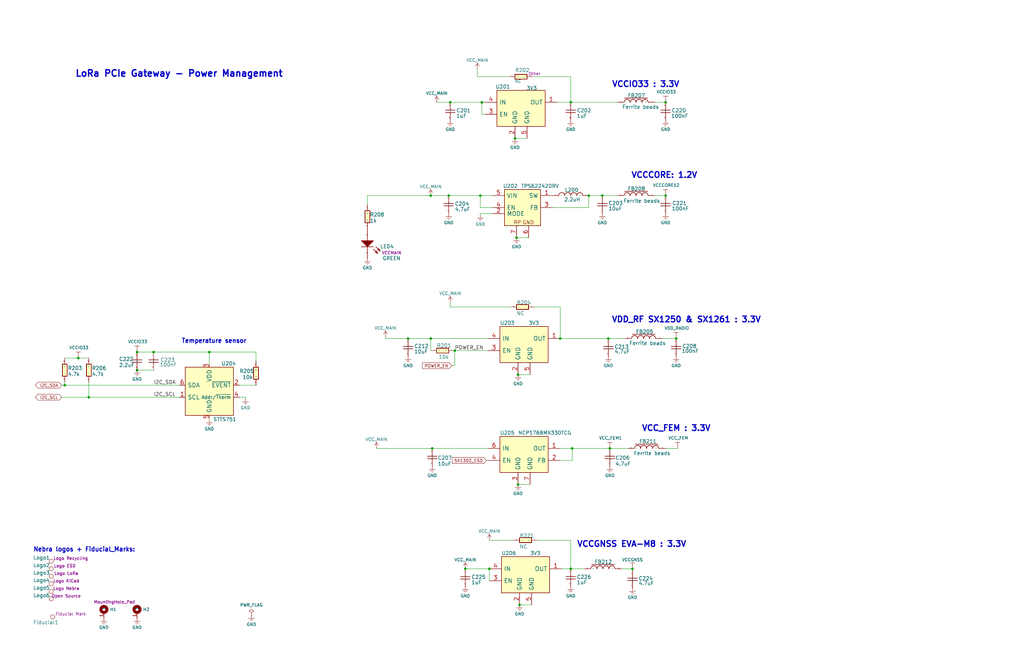
<source format=kicad_sch>
(kicad_sch (version 20211123) (generator eeschema)
  (paper "B")
  (title_block (title "LoRa PCIe Gateway Power") (date "26 02 2021") (rev "1.0") (company "Nebra Ltd") (comment 1 "Power Management Schematic Part"))
  (lib_symbols
    (symbol "LoRa_PCIe_GW-rescue:Cap-" (pin_names (offset 1.016))
      (property "Reference" "C" (at 2.286 2.794 0))
      (property "Value" "Cap-" (at 0 0 0))
      (symbol "Cap-_0_1"
        (pin passive line (at 0 0 0) (length 2.54) (name "1") (number "1"))
        (pin passive line (at 7.62 0 180) (length 2.54) (name "2") (number "2"))
      )
    )
    (symbol "LoRa_PCIe_GW-rescue:Ferrite_beads-" (pin_names (offset 1.016))
      (property "Reference" "FB" (at 5.08 -2.54 0))
      (property "Value" "Ferrite_beads-" (at 2.032 1.778 0))
      (symbol "Ferrite_beads-_0_1"
        (pin passive line (at 0 0 0) (length 2.54) (name "1") (number "1"))
        (pin passive line (at 15.875 0 180) (length 2.794) (name "2") (number "2"))
      )
    )
    (symbol "LoRa_PCIe_GW-rescue:GND" (power) (pin_names (offset 0))
      (property "Value" "GND" (at 0 -3.81 0))
      (symbol "GND_1_1"
        (pin power_in line (at 0 0 270) (length 0) hide (name "GND") (number "1"))
      )
    )
    (symbol "LoRa_PCIe_GW-rescue:Inductor-" (pin_names (offset 1.016))
      (property "Reference" "L" (at 5.334 -3.048 0))
      (property "Value" "Inductor-" (at 0 -1.27 0))
      (symbol "Inductor-_0_1"
        (pin passive line (at 0 0 0) (length 2.54) (name "1") (number "1"))
        (pin passive line (at 15.24 0 180) (length 2.54) (name "2") (number "2"))
      )
    )
    (symbol "LoRa_PCIe_GW-rescue:LED-" (pin_names (offset 1.016))
      (property "Reference" "CONFIG" (at 0.508 -4.826 0))
      (property "Value" "LED-" (at 5.842 -7.112 90))
      (symbol "LED-_0_1"
        (pin passive line (at 0 0 0) (length 5.08) (name "A") (number "1"))
        (pin passive line (at 12.7 0 180) (length 5.08) (name "K") (number "2"))
      )
    )
    (symbol "LoRa_PCIe_GW-rescue:Logo-" (pin_names (offset 1.016))
      (property "Reference" "L" (at 2.286 -1.524 0))
      (property "Value" "Logo-" (at 0 0 0))
    )
    (symbol "LoRa_PCIe_GW-rescue:MountingHole_Pad" (pin_names (offset 1.016))
      (property "Reference" "H" (at -6.985 0 0))
      (property "Value" "MountingHole_Pad" (at -9.525 2.54 0))
      (symbol "MountingHole_Pad_1_1"
        (pin input line (at 0 -3.81 90) (length 2.54) (name "1") (number "1"))
      )
    )
    (symbol "LoRa_PCIe_GW-rescue:NCP103-" (pin_names (offset 1.016))
      (property "Reference" "U" (at 0 15.24 0))
      (property "Value" "NCP103-" (at 12.446 15.24 0))
      (symbol "NCP103-_0_1"
        (pin power_in line (at 25.4 10.16 180) (length 5.08) (name "OUT") (number "1"))
        (pin power_in line (at 7.62 -5.08 90) (length 5.08) (name "GND") (number "2"))
        (pin input line (at -5.08 5.08 0) (length 5.08) (name "EN") (number "3"))
        (pin passive line (at -5.08 10.16 0) (length 5.08) (name "IN") (number "4"))
        (pin power_in line (at 12.7 -5.08 90) (length 5.08) (name "GND") (number "5"))
      )
    )
    (symbol "LoRa_PCIe_GW-rescue:NCP114-" (pin_names (offset 1.016))
      (property "Reference" "U" (at 0 15.24 0))
      (property "Value" "NCP114-" (at 12.192 15.24 0))
      (symbol "NCP114-_0_1"
        (pin power_in line (at 25.4 10.16 180) (length 5.08) (name "OUT") (number "1"))
        (pin power_in line (at 7.62 -5.08 90) (length 5.08) (name "GND") (number "2"))
        (pin input line (at -5.08 5.08 0) (length 5.08) (name "EN") (number "3"))
        (pin passive line (at -5.08 10.16 0) (length 5.08) (name "IN") (number "4"))
        (pin power_in line (at 12.7 -5.08 90) (length 5.08) (name "GND") (number "5"))
      )
    )
    (symbol "LoRa_PCIe_GW-rescue:NCP176-" (pin_names (offset 1.016))
      (property "Reference" "U" (at 0 15.24 0))
      (property "Value" "NCP176-" (at 8.128 14.986 0))
      (symbol "NCP176-_0_1"
        (pin power_in line (at 25.4 10.16 180) (length 5.08) (name "OUT") (number "1"))
        (pin power_in line (at 25.4 5.08 180) (length 5.08) (name "FB") (number "2"))
        (pin power_in line (at 7.62 -5.08 90) (length 5.08) (name "GND") (number "3"))
        (pin input line (at -5.08 5.08 0) (length 5.08) (name "EN") (number "4"))
        (pin passive line (at -5.08 10.16 0) (length 5.08) (name "IN") (number "6"))
        (pin power_in line (at 12.7 -5.08 90) (length 5.08) (name "GND") (number "7"))
      )
    )
    (symbol "LoRa_PCIe_GW-rescue:Resistor-" (pin_names (offset 1.016))
      (property "Reference" "R" (at 1.27 5.08 0))
      (property "Value" "Resistor-" (at 0 0 0))
      (symbol "Resistor-_0_1"
        (pin passive line (at 0 0 0) (length 2.54) (name "1") (number "1"))
        (pin passive line (at 10.16 0 180) (length 2.54) (name "2") (number "2"))
      )
    )
    (symbol "LoRa_PCIe_GW-rescue:STTS751-" (pin_names (offset 1.016))
      (property "Reference" "U" (at 15.24 20.066 0))
      (property "Value" "STTS751-" (at 11.684 -2.794 0))
      (symbol "STTS751-_0_1"
        (pin passive line (at -2.54 7.62 0) (length 2.54) (name "SCL") (number "1"))
        (pin passive line (at 22.86 12.7 180) (length 2.54) (name "~{EVENT}") (number "2"))
        (pin power_in line (at 10.16 21.59 270) (length 1.27) (name "VDD") (number "3"))
        (pin passive line (at 22.86 7.62 180) (length 2.54) (name "Addr/~{Therm}") (number "4"))
        (pin power_in line (at 10.16 -1.27 90) (length 1.27) (name "GND") (number "5"))
        (pin bidirectional line (at -2.54 12.7 0) (length 2.54) (name "SDA") (number "6"))
      )
    )
    (symbol "LoRa_PCIe_GW-rescue:TI-TPS62242DRV6-1600X1000TP-" (pin_names (offset 1.016))
      (property "Reference" "U" (at 0 0 0))
      (property "Value" "TI-TPS62242DRV6-1600X1000TP-" (at 6.858 0 0))
      (symbol "TI-TPS62242DRV6-1600X1000TP-_0_1"
        (pin power_in line (at 20.32 -2.54 180) (length 5.08) (name "SW") (number "1"))
        (pin input line (at -5.08 -10.16 0) (length 5.08) (name "MODE") (number "2"))
        (pin passive line (at 20.32 -7.62 180) (length 5.08) (name "FB") (number "3"))
        (pin input line (at -5.08 -7.62 0) (length 5.08) (name "EN") (number "4"))
        (pin power_in line (at -5.08 -2.54 0) (length 5.08) (name "VIN") (number "5"))
        (pin power_in line (at 10.16 -20.32 90) (length 5.08) (name "GND") (number "6"))
        (pin power_in line (at 5.08 -20.32 90) (length 5.08) (name "PP") (number "7"))
      )
      (symbol "TI-TPS62242DRV6-1600X1000TP-_1_1"
        (text "GND" (at 7.62 -14.732 0) (effects (font (size 1.524 1.524)) (justify left bottom)))
        (text "PP" (at 3.81 -14.732 0) (effects (font (size 1.524 1.524)) (justify left bottom)))
      )
    )
    (symbol "LoRa_PCIe_GW-rescue:VCCCORE12" (power) (pin_names (offset 0))
      (property "Value" "VCCCORE12" (at -0.254 3.556 0))
      (symbol "VCCCORE12_1_1"
        (pin power_in line (at 0 0 90) (length 0) hide (name "VCCCORE12") (number "1"))
      )
    )
    (symbol "LoRa_PCIe_GW-rescue:VCCGNSS" (power) (pin_names (offset 0))
      (property "Value" "VCCGNSS" (at -0.254 3.556 0))
      (symbol "VCCGNSS_1_1"
        (pin power_in line (at 0 0 90) (length 0) hide (name "VCCGNSS") (number "1"))
      )
    )
    (symbol "LoRa_PCIe_GW-rescue:VCCIO33" (power) (pin_names (offset 0))
      (property "Value" "VCCIO33" (at 0 3.556 0))
      (symbol "VCCIO33_1_1"
        (pin power_in line (at 0 0 90) (length 0) hide (name "VCCIO33") (number "1"))
      )
    )
    (symbol "LoRa_PCIe_GW-rescue:VCC_FEM" (power) (pin_names (offset 0))
      (property "Value" "VCC_FEM" (at -0.508 3.556 0))
      (symbol "VCC_FEM_1_1"
        (pin power_in line (at 0 0 90) (length 0) hide (name "VCC_FEM") (number "1"))
      )
    )
    (symbol "LoRa_PCIe_GW-rescue:VCC_FEM1" (power) (pin_names (offset 0))
      (property "Value" "VCC_FEM1" (at -0.254 3.556 0))
      (symbol "VCC_FEM1_1_1"
        (pin power_in line (at 0 0 90) (length 0) hide (name "VCC_FEM1") (number "1"))
      )
    )
    (symbol "LoRa_PCIe_GW-rescue:VCC_MAIN" (power) (pin_names (offset 0))
      (property "Value" "VCC_MAIN" (at 0 3.81 0))
      (symbol "VCC_MAIN_1_1"
        (pin power_in line (at 0 0 90) (length 0) hide (name "VCC_MAIN") (number "1"))
      )
    )
    (symbol "LoRa_PCIe_GW-rescue:VDD_RADIO" (power) (pin_names (offset 0))
      (property "Value" "VDD_RADIO" (at -0.508 3.556 0))
      (symbol "VDD_RADIO_1_1"
        (pin power_in line (at 0 0 90) (length 0) hide (name "VDD_RADIO") (number "1"))
      )
    )
    (symbol "power:PWR_FLAG" (power) (pin_numbers hide) (pin_names (offset 0) hide)
      (property "Value" "PWR_FLAG" (at 0 3.81 0))
      (symbol "PWR_FLAG_0_0"
        (pin power_out line (at 0 0 90) (length 0) (name "pwr") (number "1"))
      )
    )
  )
  (junction (at 182.245 189.23))
  (junction (at 64.77 148.59))
  (junction (at 248.285 82.55))
  (junction (at 27.305 162.56))
  (junction (at 33.02 151.13))
  (junction (at 196.215 240.03))
  (junction (at 240.665 240.03))
  (junction (at 254 82.55))
  (junction (at 202.565 82.55))
  (junction (at 280.67 82.55))
  (junction (at 203.2 43.18))
  (junction (at 219.075 255.27))
  (junction (at 191.77 147.955))
  (junction (at 280.67 43.18))
  (junction (at 240.665 43.18))
  (junction (at 88.265 148.59))
  (junction (at 256.54 142.875))
  (junction (at 236.22 142.875))
  (junction (at 257.175 189.23))
  (junction (at 57.785 148.59))
  (junction (at 285.115 142.875))
  (junction (at 217.17 58.42))
  (junction (at 37.465 167.64))
  (junction (at 57.785 156.21))
  (junction (at 189.865 43.18))
  (junction (at 266.7 240.03))
  (junction (at 218.44 204.47))
  (junction (at 181.61 82.55))
  (junction (at 189.23 82.55))
  (junction (at 181.61 142.875))
  (junction (at 218.44 158.115))
  (junction (at 172.085 142.875))
  (junction (at 217.805 100.33))
  (junction (at 241.3 189.23))
  (junction (at 206.375 240.03))
  (wire (pts (xy 204.47 48.26) (xy 203.2 48.26)))
  (wire (pts (xy 202.565 82.55) (xy 207.645 82.55)))
  (wire (pts (xy 234.95 43.18) (xy 240.665 43.18)))
  (wire (pts (xy 27.305 162.56) (xy 27.305 161.29)))
  (wire (pts (xy 279.4 142.875) (xy 285.115 142.875)))
  (wire (pts (xy 223.52 204.47) (xy 218.44 204.47)))
  (wire (pts (xy 107.95 148.59) (xy 107.95 152.4)))
  (wire (pts (xy 240.665 43.18) (xy 240.665 32.385)))
  (wire (pts (xy 196.215 240.03) (xy 206.375 240.03)))
  (wire (pts (xy 256.54 142.875) (xy 263.525 142.875)))
  (wire (pts (xy 246.38 240.03) (xy 240.665 240.03)))
  (wire (pts (xy 248.285 82.55) (xy 254 82.55)))
  (wire (pts (xy 203.2 48.26) (xy 203.2 43.18)))
  (wire (pts (xy 276.225 43.18) (xy 280.67 43.18)))
  (wire (pts (xy 248.285 87.63) (xy 248.285 82.55)))
  (wire (pts (xy 191.77 154.305) (xy 191.77 147.955)))
  (wire (pts (xy 222.885 100.33) (xy 217.805 100.33)))
  (wire (pts (xy 224.155 255.27) (xy 219.075 255.27)))
  (wire (pts (xy 88.265 148.59) (xy 88.265 153.67)))
  (wire (pts (xy 88.265 176.53) (xy 88.265 177.165)))
  (wire (pts (xy 226.695 227.965) (xy 240.665 227.965)))
  (wire (pts (xy 201.295 32.385) (xy 201.295 29.21)))
  (wire (pts (xy 191.77 154.305) (xy 190.5 154.305)))
  (wire (pts (xy 233.045 87.63) (xy 248.285 87.63)))
  (wire (pts (xy 57.785 148.59) (xy 64.77 148.59)))
  (wire (pts (xy 214.63 32.385) (xy 201.295 32.385)))
  (wire (pts (xy 240.665 43.18) (xy 260.35 43.18)))
  (wire (pts (xy 37.465 151.13) (xy 33.02 151.13)))
  (wire (pts (xy 189.23 82.55) (xy 181.61 82.55)))
  (wire (pts (xy 204.47 43.18) (xy 203.2 43.18)))
  (wire (pts (xy 162.56 142.875) (xy 162.56 142.24)))
  (wire (pts (xy 182.245 189.23) (xy 158.75 189.23)))
  (wire (pts (xy 37.465 167.64) (xy 37.465 161.29)))
  (wire (pts (xy 189.865 129.54) (xy 189.865 127.635)))
  (wire (pts (xy 207.645 87.63) (xy 202.565 87.63)))
  (wire (pts (xy 181.61 82.55) (xy 154.94 82.55)))
  (wire (pts (xy 202.565 90.17) (xy 202.565 90.805)))
  (wire (pts (xy 236.22 194.31) (xy 241.3 194.31)))
  (wire (pts (xy 207.645 90.17) (xy 202.565 90.17)))
  (wire (pts (xy 205.74 194.31) (xy 205.105 194.31)))
  (wire (pts (xy 103.505 167.64) (xy 103.505 168.275)))
  (wire (pts (xy 181.61 142.875) (xy 172.085 142.875)))
  (wire (pts (xy 254 82.55) (xy 260.35 82.55)))
  (wire (pts (xy 240.665 227.965) (xy 240.665 240.03)))
  (wire (pts (xy 236.22 129.54) (xy 236.22 142.875)))
  (wire (pts (xy 262.255 240.03) (xy 266.7 240.03)))
  (wire (pts (xy 189.865 43.18) (xy 184.15 43.18)))
  (wire (pts (xy 236.22 189.23) (xy 241.3 189.23)))
  (wire (pts (xy 75.565 167.64) (xy 37.465 167.64)))
  (wire (pts (xy 88.265 148.59) (xy 107.95 148.59)))
  (wire (pts (xy 100.965 167.64) (xy 103.505 167.64)))
  (wire (pts (xy 266.7 240.03) (xy 266.7 240.665)))
  (wire (pts (xy 64.77 148.59) (xy 88.265 148.59)))
  (wire (pts (xy 172.085 142.875) (xy 162.56 142.875)))
  (wire (pts (xy 26.035 162.56) (xy 27.305 162.56)))
  (wire (pts (xy 64.77 156.21) (xy 57.785 156.21)))
  (wire (pts (xy 203.2 43.18) (xy 189.865 43.18)))
  (wire (pts (xy 205.74 189.23) (xy 182.245 189.23)))
  (wire (pts (xy 75.565 162.56) (xy 27.305 162.56)))
  (wire (pts (xy 154.94 82.55) (xy 154.94 86.36)))
  (wire (pts (xy 276.225 82.55) (xy 280.67 82.55)))
  (wire (pts (xy 280.67 189.23) (xy 285.75 189.23)))
  (wire (pts (xy 202.565 82.55) (xy 189.23 82.55)))
  (wire (pts (xy 215.265 129.54) (xy 189.865 129.54)))
  (wire (pts (xy 240.665 240.03) (xy 236.855 240.03)))
  (wire (pts (xy 240.665 32.385) (xy 224.79 32.385)))
  (wire (pts (xy 100.965 162.56) (xy 107.95 162.56)))
  (wire (pts (xy 236.22 142.875) (xy 256.54 142.875)))
  (wire (pts (xy 191.77 147.955) (xy 205.74 147.955)))
  (wire (pts (xy 241.3 194.31) (xy 241.3 189.23)))
  (wire (pts (xy 26.035 167.64) (xy 37.465 167.64)))
  (wire (pts (xy 223.52 158.115) (xy 218.44 158.115)))
  (wire (pts (xy 206.375 245.11) (xy 206.375 240.03)))
  (wire (pts (xy 217.17 58.42) (xy 222.25 58.42)))
  (wire (pts (xy 205.74 142.875) (xy 181.61 142.875)))
  (wire (pts (xy 257.175 189.23) (xy 264.795 189.23)))
  (wire (pts (xy 27.305 151.13) (xy 33.02 151.13)))
  (wire (pts (xy 202.565 82.55) (xy 202.565 87.63)))
  (wire (pts (xy 181.61 147.955) (xy 181.61 142.875)))
  (wire (pts (xy 225.425 129.54) (xy 236.22 129.54)))
  (wire (pts (xy 216.535 227.965) (xy 206.375 227.965)))
  (wire (pts (xy 241.3 189.23) (xy 257.175 189.23)))
  (text "VCCCORE: 1.2V" (at 266.065 75.438 0) (effects (font (size 2.4384 2.4384) (thickness 0.4877) bold) (justify left bottom)))
  (text "Nebra logos + Fiducial_Marks:" (at 13.97 233.045 0) (effects (font (size 1.8288 1.8288) (thickness 0.3658) bold) (justify left bottom)))
  (text "VCCIO33 : 3.3V" (at 257.937 37.084 0) (effects (font (size 2.4384 2.4384) (thickness 0.4877) bold) (justify left bottom)))
  (text "LoRa PCIe Gateway - Power Management" (at 31.623 32.766 0) (effects (font (size 2.7432 2.7432) (thickness 0.5486) bold) (justify left bottom)))
  (text "Temperature sensor" (at 76.454 145.034 0) (effects (font (size 1.8288 1.8288) (thickness 0.3658) bold) (justify left bottom)))
  (text "VCC_FEM : 3.3V" (at 270.51 182.245 0) (effects (font (size 2.4384 2.4384) (thickness 0.4877) bold) (justify left bottom)))
  (text "VDD_RF SX1250 & SX1261 : 3.3V" (at 257.81 136.398 0) (effects (font (size 2.4384 2.4384) (thickness 0.4877) bold) (justify left bottom)))
  (text "VCCGNSS EVA-M8 : 3.3V" (at 243.205 231.14 0) (effects (font (size 2.4384 2.4384) (thickness 0.4877) bold) (justify left bottom)))
  (label "I2C_SDA" (at 64.77 162.56 0) (effects (font (size 1.524 1.524))))
  (label "I2C_SCL" (at 64.77 167.64 0) (effects (font (size 1.524 1.524))))
  (label "POWER_EN" (at 191.77 147.955 0) (effects (font (size 1.524 1.524))))
  (global_label "I2C_SDA" (shape bidirectional) (at 26.035 162.56 180) (property "Intersheet References" "${INTERSHEET_REFS}" (effects hide)))
  (global_label "POWER_EN" (shape input) (at 190.5 154.305 180) (property "Intersheet References" "${INTERSHEET_REFS}" (effects hide)))
  (global_label "I2C_SCL" (shape bidirectional) (at 26.035 167.64 180) (property "Intersheet References" "${INTERSHEET_REFS}" (effects hide)))
  (global_label "SX1302_CSD" (shape input) (at 205.105 194.31 180) (property "Intersheet References" "${INTERSHEET_REFS}" (effects hide)))
  (symbol (lib_id "LoRa_PCIe_GW-rescue:Resistor-") (at 181.61 147.955 0) (unit 1)
    (property "Reference" "R201" (at 184.15 146.685 0) (effects (font (size 1.524 1.524)) (justify left bottom)))
    (property "Value" "10k" (at 184.912 151.511 0) (effects (font (size 1.524 1.524)) (justify left bottom)))
    (property "Footprint" "LoRa_PCIe_GW:rlc_201_smd_small" (effects hide))
    (property "Description" "10 kOhms ±1% 0.05W, 1/20W Chip Resistor 0201  Thick Film" (effects hide))
    (property "Manufacturer" "Vishay Dale" (effects hide))
    (property "Part Number" "CRCW020110K0" (effects hide))
    (property "Price[1k]" "0.037" (effects hide))
    (property "Supplier Link" "https://www.digikey.com/en/products/detail/vishay-dale/CRCW020110K0FKED/1967989" (effects hide))
  )
  (symbol (lib_id "LoRa_PCIe_GW-rescue:Cap-") (at 256.54 142.875 270) (unit 1)
    (property "Reference" "C213" (at 259.08 147.193 90) (effects (font (size 1.524 1.524)) (justify left bottom)))
    (property "Value" "4.7uF" (at 259.08 149.225 90) (effects (font (size 1.524 1.524)) (justify left bottom)))
    (property "Footprint" "LoRa_PCIe_GW:ccer_402_smd_small" (effects hide))
    (property "Description" "4.7µF ±20% 6.3V Ceramic Capacitor X5R 0402 (1005 Metric)" (effects hide))
    (property "Manufacturer" "Murata" (effects hide))
    (property "Part Number" "GRM155R60J475ME47D" (effects hide))
    (property "Price[1k]" "0.089" (effects hide))
    (property "Supplier Link" "https://www.digikey.com/en/products/detail/murata-electronics/GRM155R60J475ME47D/3694656" (effects hide))
  )
  (symbol (lib_id "LoRa_PCIe_GW-rescue:Cap-") (at 172.085 142.875 270) (unit 1)
    (property "Reference" "C212" (at 174.625 146.939 90) (effects (font (size 1.524 1.524)) (justify left bottom)))
    (property "Value" "10uF" (at 174.625 149.225 90) (effects (font (size 1.524 1.524)) (justify left bottom)))
    (property "Footprint" "LoRa_PCIe_GW:ccer_603_smd_small" (effects hide))
    (property "Description" "10µF ±10% 16V Ceramic Capacitor X5R 0603 (1608 Metric)" (effects hide))
    (property "Manufacturer" "Murata" (effects hide))
    (property "Part Number" "GRM188R61C106KAAL" (effects hide))
    (property "Price[1k]" "0.1" (effects hide))
    (property "Supplier Link" "https://www.digikey.com/en/products/detail/murata-electronics/GRM188R61C106KAALJ/4905339" (effects hide))
  )
  (symbol (lib_id "LoRa_PCIe_GW-rescue:Resistor-") (at 154.94 86.36 270) (unit 1)
    (property "Reference" "R208" (at 155.956 91.44 90) (effects (font (size 1.524 1.524)) (justify left bottom)))
    (property "Value" "1k" (at 155.956 93.98 90) (effects (font (size 1.524 1.524)) (justify left bottom)))
    (property "Footprint" "LoRa_PCIe_GW:rlc_201_smd_small" (effects hide))
    (property "Description" "1 kOhms ±5% 0.05W, 1/20W Chip Resistor 0201 (0603 Metric)  Thick Film" (effects hide))
    (property "Manufacturer" "Vishay Dale" (effects hide))
    (property "Part Number" "CRCW02011K00JNED" (effects hide))
    (property "Price[1k]" "0.007" (effects hide))
    (property "Supplier Link" "https://www.digikey.com/en/products/detail/vishay-dale/CRCW02011K00JNED/1178450?s=N4IgTCBcDaIMICU4HUAMZUEZMGlWoCkA5AUQBEQBdAXyA" (effects hide))
  )
  (symbol (lib_id "LoRa_PCIe_GW-rescue:LED-") (at 154.94 96.52 270) (unit 1)
    (property "Reference" "LED4" (at 160.274 104.902 90) (effects (font (size 1.524 1.524)) (justify left bottom)))
    (property "Value" "GREEN" (at 161.29 109.855 90) (effects (font (size 1.524 1.524)) (justify left bottom)))
    (property "Footprint" "LoRa_PCIe_GW:CD1005-0402" (effects hide))
    (property "Description" "Green 570nm LED Indication - Discrete 1.9V 0402 (1005 Metric)" (effects hide))
    (property "Manufacturer" "Kingbright" (effects hide))
    (property "Part Number" "APHHS1005LCGCK" (effects hide))
    (property "Price[1k]" "0.11" (effects hide))
    (property "Supplier Link" "https://www.digikey.com/en/products/detail/kingbright/APHHS1005LCGCK/7318974" (effects hide))
    (property "Label" "VCCMAIN" (at 165.1 106.68 90))
  )
  (symbol (lib_id "LoRa_PCIe_GW-rescue:Cap-") (at 257.175 189.23 270) (unit 1)
    (property "Reference" "C206" (at 259.461 194.056 90) (effects (font (size 1.524 1.524)) (justify left bottom)))
    (property "Value" "4.7uF" (at 259.461 196.596 90) (effects (font (size 1.524 1.524)) (justify left bottom)))
    (property "Footprint" "LoRa_PCIe_GW:ccer_603_smd_small" (effects hide))
    (property "Description" "4.7µF ±10% 16V Ceramic Capacitor X5R 0603 (1608 Metric)" (effects hide))
    (property "Manufacturer" "Murata" (effects hide))
    (property "Part Number" "GRM188R61C475KAAJD" (effects hide))
    (property "Price[1k]" "0.089" (effects hide))
    (property "Supplier Link" "https://www.digikey.com/en/products/detail/murata-electronics/GRM188R61C475KAAJD/5027566" (effects hide))
  )
  (symbol (lib_id "LoRa_PCIe_GW-rescue:Ferrite_beads-") (at 246.38 240.03 0) (unit 1)
    (property "Reference" "FB212" (at 250.698 237.998 0) (effects (font (size 1.524 1.524)) (justify left bottom)))
    (property "Value" "Ferrite beads" (effects hide))
    (property "Footprint" "LoRa_PCIe_GW:rlc_402_smd_small" (effects hide))
    (property "Description" "10 Ohms @ 100MHz 1 Power Line Ferrite Bead 0402 (1005 Metric) 1A 25mOhm" (effects hide))
    (property "Manufacturer" "Murata" (effects hide))
    (property "Part Number" "BLM15PG100SN1D" (effects hide))
    (property "Price[1k]" "0.027" (effects hide))
    (property "Supplier Link" "https://www.digikey.com/en/products/detail/murata-electronics/BLM15PG100SN1D/2587980" (effects hide))
  )
  (symbol (lib_id "LoRa_PCIe_GW-rescue:Resistor-") (at 27.305 161.29 90) (unit 1)
    (property "Reference" "R203" (at 28.575 156.21 90) (effects (font (size 1.524 1.524)) (justify right top)))
    (property "Value" "4.7k" (at 28.575 158.75 90) (effects (font (size 1.524 1.524)) (justify right top)))
    (property "Footprint" "LoRa_PCIe_GW:rlc_201_smd_small" (effects hide))
    (property "Description" "4.7 kOhms ±1% 0.05W, 1/20W Chip Resistor 0201 (0603 Metric)  Thick Film" (effects hide))
    (property "Manufacturer" "Vishay Dale" (effects hide))
    (property "Part Number" "CRCW02014K70FNED" (effects hide))
    (property "Price[1k]" "0.011" (effects hide))
    (property "Supplier Link" "https://www.digikey.com/en/products/detail/vishay-dale/CRCW02014K70FNED/1199881?s=N4IgTCBcDaIMICU4HUAMZUEYAsBpA7KgGIByAogCIgC6AvkA" (effects hide))
  )
  (symbol (lib_id "LoRa_PCIe_GW-rescue:Resistor-") (at 37.465 161.29 90) (unit 1)
    (property "Reference" "R206" (at 38.735 156.21 90) (effects (font (size 1.524 1.524)) (justify right top)))
    (property "Value" "4.7k" (at 38.735 158.75 90) (effects (font (size 1.524 1.524)) (justify right top)))
    (property "Footprint" "LoRa_PCIe_GW:rlc_201_smd_small" (effects hide))
    (property "Description" "4.7 kOhms ±1% 0.05W, 1/20W Chip Resistor 0201 (0603 Metric)  Thick Film" (effects hide))
    (property "Manufacturer" "Vishay Dale" (effects hide))
    (property "Part Number" "CRCW02014K70FNED" (effects hide))
    (property "Price[1k]" "0.011" (effects hide))
    (property "Supplier Link" "https://www.digikey.com/en/products/detail/vishay-dale/CRCW02014K70FNED/1199881?s=N4IgTCBcDaIMICU4HUAMZUEYAsBpA7KgGIByAogCIgC6AvkA" (effects hide))
  )
  (symbol (lib_id "LoRa_PCIe_GW-rescue:Resistor-") (at 225.425 129.54 180) (unit 1)
    (property "Reference" "R204" (at 217.805 128.524 0) (effects (font (size 1.524 1.524)) (justify right top)))
    (property "Value" "NC" (at 217.805 133.096 0) (effects (font (size 1.524 1.524)) (justify right top)))
    (property "Footprint" "LoRa_PCIe_GW:rlc_402_smd_small" (effects hide))
    (property "Description" "CRCW04020000ZSTD" (effects hide))
    (property "Manufacturer" "Vishay Dale" (effects hide))
    (property "Part Number" "CRCW04020000ZSTD" (effects hide))
    (property "Price[1k]" "0.014" (effects hide))
    (property "Supplier Link" "https://www.digikey.com/en/products/detail/vishay-dale/CRCW04020000ZSTD/1226552" (effects hide))
  )
  (symbol (lib_id "LoRa_PCIe_GW-rescue:NCP176-") (at 210.82 199.39 0) (unit 1)
    (property "Reference" "U205" (at 210.82 183.515 0) (effects (font (size 1.524 1.524)) (justify left bottom)))
    (property "Value" "NCP176BMX330TCG" (at 218.44 183.515 0) (effects (font (size 1.524 1.524)) (justify left bottom)))
    (property "Footprint" "LoRa_PCIe_GW:XDFN6_1.2X1.2mm" (effects hide))
    (property "Description" "Linear Voltage Regulator IC Positive Fixed 1 Output  500mA 6-XDFN (1.2x1.2)" (effects hide))
    (property "Manufacturer" "ON Semiconductor" (effects hide))
    (property "Part Number" "NCP176AMX330TCG" (effects hide))
    (property "Price[1k]" "0.135" (effects hide))
    (property "Supplier Link" "https://www.digikey.com/en/products/detail/on-semiconductor/NCP176AMX330TCG/5761739" (effects hide))
  )
  (symbol (lib_id "LoRa_PCIe_GW-rescue:NCP114-") (at 210.82 153.035 0) (unit 1)
    (property "Reference" "U203" (at 210.82 137.16 0) (effects (font (size 1.524 1.524)) (justify left bottom)))
    (property "Value" "3V3" (at 222.885 137.16 0) (effects (font (size 1.524 1.524)) (justify left bottom)))
    (property "Footprint" "LoRa_PCIe_GW:UDFN4_1x1mm" (effects hide))
    (property "Description" "Linear Voltage Regulator IC Positive Fixed 1 Output  300mA 4-UDFN (1.0x1.0)" (effects hide))
    (property "Manufacturer" "ON Semiconductor" (effects hide))
    (property "Part Number" "NCP114AMX330TBG" (effects hide))
    (property "Price[1k]" "0.078" (effects hide))
    (property "Supplier Link" "https://www.digikey.com/en/products/detail/on-semiconductor/NCP114AMX330TBG/6166731" (effects hide))
  )
  (symbol (lib_id "LoRa_PCIe_GW-rescue:Inductor-") (at 233.045 82.55 0) (unit 1)
    (property "Reference" "L200" (at 238.125 81.026 0) (effects (font (size 1.524 1.524)) (justify left bottom)))
    (property "Value" "2.2uH" (at 237.871 85.09 0) (effects (font (size 1.524 1.524)) (justify left bottom)))
    (property "Footprint" "LoRa_PCIe_GW:LQM2HPN2R2MJ0L" (effects hide))
    (property "Description" "2.2µH Shielded Multilayer Inductor 1A 150mOhm Max 1008 (2520 Metric) " (effects hide))
    (property "Manufacturer" "Murata" (effects hide))
    (property "Part Number" "LQM2HPN2R2MJ0L" (effects hide))
    (property "Price[1k]" "0.14" (effects hide))
    (property "Supplier Link" "https://www.digikey.com/en/products/detail/murata-electronics/LQM2HPN2R2MJ0L/2594611" (effects hide))
  )
  (symbol (lib_id "LoRa_PCIe_GW-rescue:Cap-") (at 189.23 82.55 270) (unit 1)
    (property "Reference" "C204" (at 191.77 86.868 90) (effects (font (size 1.524 1.524)) (justify left bottom)))
    (property "Value" "4.7uF" (at 191.77 89.154 90) (effects (font (size 1.524 1.524)) (justify left bottom)))
    (property "Footprint" "LoRa_PCIe_GW:ccer_603_smd_small" (effects hide))
    (property "Description" "4.7µF ±10% 16V Ceramic Capacitor X5R 0603 (1608 Metric)" (effects hide))
    (property "Manufacturer" "Murata" (effects hide))
    (property "Part Number" "GRM188R61C475KAAJD" (effects hide))
    (property "Price[1k]" "0.089" (effects hide))
    (property "Supplier Link" "https://www.digikey.com/en/products/detail/murata-electronics/GRM188R61C475KAAJD/5027566" (effects hide))
  )
  (symbol (lib_id "LoRa_PCIe_GW-rescue:TI-TPS62242DRV6-1600X1000TP-") (at 212.725 80.01 0) (unit 1)
    (property "Reference" "U202" (at 212.09 79.375 0) (effects (font (size 1.524 1.524)) (justify left bottom)))
    (property "Value" "TPS62242DRV" (at 219.71 79.375 0) (effects (font (size 1.524 1.524)) (justify left bottom)))
    (property "Footprint" "LoRa_PCIe_GW:DRV0006A_V" (effects hide))
    (property "Description" "Buck Switching Regulator IC Positive Fixed 1.2V 1 Output 300mA 6-WDFN Exposed Pad" (effects hide))
    (property "Manufacturer" "Texas Instruments" (effects hide))
    (property "Part Number" "TPS62242DRV" (effects hide))
    (property "Price[1k]" "0.53" (effects hide))
    (property "Supplier Link" "https://www.digikey.com/en/products/detail/texas-instruments/TPS62242DRVR/1908036" (effects hide))
  )
  (symbol (lib_id "LoRa_PCIe_GW-rescue:Cap-") (at 254 82.55 270) (unit 1)
    (property "Reference" "C203" (at 256.54 86.614 90) (effects (font (size 1.524 1.524)) (justify left bottom)))
    (property "Value" "10uF" (at 256.54 88.9 90) (effects (font (size 1.524 1.524)) (justify left bottom)))
    (property "Footprint" "LoRa_PCIe_GW:ccer_603_smd_small" (effects hide))
    (property "Description" "10µF ±10% 16V Ceramic Capacitor X5R 0603 (1608 Metric)" (effects hide))
    (property "Manufacturer" "Murata" (effects hide))
    (property "Part Number" "GRM188R61C106KAAL" (effects hide))
    (property "Price[1k]" "0.1" (effects hide))
    (property "Supplier Link" "https://www.digikey.com/en/products/detail/murata-electronics/GRM188R61C106KAALJ/4905339" (effects hide))
  )
  (symbol (lib_id "LoRa_PCIe_GW-rescue:Cap-") (at 189.865 43.18 270) (unit 1)
    (property "Reference" "C201" (at 192.405 47.498 90) (effects (font (size 1.524 1.524)) (justify left bottom)))
    (property "Value" "1uF" (at 192.405 49.784 90) (effects (font (size 1.524 1.524)) (justify left bottom)))
    (property "Footprint" "LoRa_PCIe_GW:ccer_402_smd_small" (effects hide))
    (property "Description" "1µF ±20% 10V Ceramic Capacitor X5R 0402 (1005 Metric)" (effects hide))
    (property "Manufacturer" "Murata" (effects hide))
    (property "Part Number" "GRM153R61A105ME95D" (effects hide))
    (property "Price[1k]" "0.038" (effects hide))
    (property "Supplier Link" "https://www.digikey.com/en/products/detail/murata-electronics/GRM153R61A105ME95D/4904820" (effects hide))
  )
  (symbol (lib_id "LoRa_PCIe_GW-rescue:NCP103-") (at 209.55 53.34 0) (unit 1)
    (property "Reference" "U201" (at 208.915 37.465 0) (effects (font (size 1.524 1.524)) (justify left bottom)))
    (property "Value" "3V3" (at 221.996 38.1 0) (effects (font (size 1.524 1.524)) (justify left bottom)))
    (property "Footprint" "LoRa_PCIe_GW:UDFN4_1x1mm" (effects hide))
    (property "Description" "Linear Voltage Regulator IC Positive Fixed 1 Output  150mA 4-UDFN (1.0x1.0)" (effects hide))
    (property "Manufacturer" "ON Semiconductor" (effects hide))
    (property "Part Number" "NCP103AMX330TCG" (effects hide))
    (property "Price[1k]" "0.097" (effects hide))
    (property "Supplier Link" "https://www.digikey.com/en/products/detail/on-semiconductor/NCP103AMX330TCG/5022526" (effects hide))
  )
  (symbol (lib_id "LoRa_PCIe_GW-rescue:STTS751-") (at 78.105 175.26 0) (unit 1)
    (property "Reference" "U204" (at 93.345 154.305 0) (effects (font (size 1.524 1.524)) (justify left bottom)))
    (property "Value" "STTS751" (at 89.8652 177.8254 0) (effects (font (size 1.524 1.524)) (justify left bottom)))
    (property "Footprint" "LoRa_PCIe_GW:UDFN-6L_2X2mm" (effects hide))
    (property "Description" "Temperature Sensor Digital, Local -40°C ~ 125°C 11 b 6-UDFN (2x2)" (effects hide))
    (property "Manufacturer" "STMicroelectronics" (effects hide))
    (property "Part Number" "STTS751-0DP3F" (effects hide))
    (property "Price[1k]" "0.55" (effects hide))
    (property "Supplier Link" "https://www.digikey.com/en/products/filter/temperature-sensors-analog-and-digital-output/518" (effects hide))
  )
  (symbol (lib_id "LoRa_PCIe_GW-rescue:Cap-") (at 64.77 148.59 270) (unit 1)
    (property "Reference" "C223" (at 67.5894 152.7048 90) (effects (font (size 1.524 1.524)) (justify left bottom)))
    (property "Value" "100nF" (at 67.3354 154.7368 90) (effects (font (size 1.524 1.524)) (justify left bottom)))
    (property "Footprint" "LoRa_PCIe_GW:ccer_201_smd_small" (effects hide))
    (property "Description" "0.1µF ±10% 16V Ceramic Capacitor X7S 0201 (0603 Metric)" (effects hide))
    (property "Manufacturer" "Murata" (effects hide))
    (property "Part Number" "GRM033C71C104KE14D" (effects hide))
    (property "Price[1k]" "0.01" (effects hide))
    (property "Supplier Link" "https://www.digikey.com/en/products/detail/murata-electronics/GRM033C71C104KE14D/5027472" (effects hide))
  )
  (symbol (lib_id "LoRa_PCIe_GW-rescue:Cap-") (at 57.785 148.59 270) (unit 1)
    (property "Reference" "C222" (at 50.165 152.4 90) (effects (font (size 1.524 1.524)) (justify left bottom)))
    (property "Value" "2.2uF" (at 50.165 154.94 90) (effects (font (size 1.524 1.524)) (justify left bottom)))
    (property "Footprint" "LoRa_PCIe_GW:ccer_603_smd_small" (effects hide))
    (property "Description" "2.2µF ±10% 10V Ceramic Capacitor X7R 0603 (1608 Metric)" (effects hide))
    (property "Manufacturer" "Murata" (effects hide))
    (property "Part Number" "GRM188R71A225KE15D" (effects hide))
    (property "Price[1k]" "0.039" (effects hide))
    (property "Supplier Link" "https://www.digikey.com/en/products/detail/murata-electronics/GRM188R71A225KE15D/1033256" (effects hide))
  )
  (symbol (lib_id "LoRa_PCIe_GW-rescue:Ferrite_beads-") (at 264.795 189.23 0) (unit 1)
    (property "Reference" "FB211" (at 269.494 187.0964 0) (effects (font (size 1.524 1.524)) (justify left bottom)))
    (property "Value" "Ferrite beads" (at 267.208 192.1764 0) (effects (font (size 1.524 1.524)) (justify left bottom)))
    (property "Footprint" "LoRa_PCIe_GW:rlc_402_smd_small" (effects hide))
    (property "Description" "10 Ohms @ 100MHz 1 Power Line Ferrite Bead 0402 (1005 Metric) 1A 25mOhm" (effects hide))
    (property "Manufacturer" "Murata" (effects hide))
    (property "Part Number" "BLM15PG100SN1D" (effects hide))
    (property "Price[1k]" "0.027" (effects hide))
    (property "Supplier Link" "https://www.digikey.com/en/products/detail/murata-electronics/BLM15PG100SN1D/2587980" (effects hide))
  )
  (symbol (lib_id "LoRa_PCIe_GW-rescue:Logo-") (at 21.59 240.03 0) (unit 1)
    (property "Reference" "Logo2" (at 13.97 239.395 0) (effects (font (size 1.524 1.524)) (justify left bottom)))
    (property "Value" "NC" (effects hide))
    (property "Footprint" "LoRa_PCIe_GW:Logo_ESD" (effects hide))
    (property "Description" "Logo ESD" (at 27.305 238.76 0))
  )
  (symbol (lib_id "LoRa_PCIe_GW-rescue:Logo-") (at 21.59 236.855 0) (unit 1)
    (property "Reference" "Logo1" (at 13.97 236.22 0) (effects (font (size 1.524 1.524)) (justify left bottom)))
    (property "Value" "NC" (effects hide))
    (property "Footprint" "LoRa_PCIe_GW:Logo_Recycling" (effects hide))
    (property "Description" "Logo Recycling" (at 29.845 235.585 0))
  )
  (symbol (lib_id "LoRa_PCIe_GW-rescue:Logo-") (at 21.59 243.205 0) (unit 1)
    (property "Reference" "Logo3" (at 13.97 242.57 0) (effects (font (size 1.524 1.524)) (justify left bottom)))
    (property "Value" "NC" (effects hide))
    (property "Footprint" "LoRa_PCIe_GW:Logo_LoRa" (effects hide))
    (property "Description" "Logo LoRa" (at 27.94 241.935 0))
  )
  (symbol (lib_id "LoRa_PCIe_GW-rescue:Cap-") (at 240.665 43.18 270) (unit 1)
    (property "Reference" "C202" (at 243.205 47.498 90) (effects (font (size 1.524 1.524)) (justify left bottom)))
    (property "Value" "1uF" (at 243.205 49.784 90) (effects (font (size 1.524 1.524)) (justify left bottom)))
    (property "Footprint" "LoRa_PCIe_GW:ccer_402_smd_small" (effects hide))
    (property "Description" "1µF ±20% 10V Ceramic Capacitor X5R 0402 (1005 Metric)" (effects hide))
    (property "Manufacturer" "Murata" (effects hide))
    (property "Part Number" "GRM153R61A105ME95D" (effects hide))
    (property "Price[1k]" "0.038" (effects hide))
    (property "Supplier Link" "https://www.digikey.com/en/products/detail/murata-electronics/GRM153R61A105ME95D/4904820" (effects hide))
  )
  (symbol (lib_id "LoRa_PCIe_GW-rescue:Logo-") (at 22.225 260.35 0) (unit 1)
    (property "Reference" "Fiducial1" (at 13.97 263.525 0) (effects (font (size 1.524 1.524)) (justify left bottom)))
    (property "Value" "NC" (effects hide))
    (property "Footprint" "LoRa_PCIe_GW:fiducial_mark_signal_top" (effects hide))
    (property "Description" "Fiducial Mark" (at 29.845 259.08 0))
  )
  (symbol (lib_id "LoRa_PCIe_GW-rescue:Ferrite_beads-") (at 260.35 43.18 0) (unit 1)
    (property "Reference" "FB207" (at 264.668 41.148 0) (effects (font (size 1.524 1.524)) (justify left bottom)))
    (property "Value" "Ferrite beads" (at 262.382 45.974 0) (effects (font (size 1.524 1.524)) (justify left bottom)))
    (property "Footprint" "LoRa_PCIe_GW:rlc_402_smd_small" (effects hide))
    (property "Description" "10 Ohms @ 100MHz 1 Power Line Ferrite Bead 0402 (1005 Metric) 1A 25mOhm" (effects hide))
    (property "Manufacturer" "Murata" (effects hide))
    (property "Part Number" "BLM15PG100SN1D" (effects hide))
    (property "Price[1k]" "0.027" (effects hide))
    (property "Supplier Link" "https://www.digikey.com/en/products/detail/murata-electronics/BLM15PG100SN1D/2587980" (effects hide))
  )
  (symbol (lib_id "LoRa_PCIe_GW-rescue:Ferrite_beads-") (at 260.35 82.55 0) (unit 1)
    (property "Reference" "FB208" (at 264.668 80.518 0) (effects (font (size 1.524 1.524)) (justify left bottom)))
    (property "Value" "Ferrite beads" (at 262.89 85.598 0) (effects (font (size 1.524 1.524)) (justify left bottom)))
    (property "Footprint" "LoRa_PCIe_GW:rlc_402_smd_small" (effects hide))
    (property "Description" "10 Ohms @ 100MHz 1 Power Line Ferrite Bead 0402 (1005 Metric) 1A 25mOhm" (effects hide))
    (property "Manufacturer" "Murata" (effects hide))
    (property "Part Number" "BLM15PG100SN1D" (effects hide))
    (property "Price[1k]" "0.027" (effects hide))
    (property "Supplier Link" "https://www.digikey.com/en/products/detail/murata-electronics/BLM15PG100SN1D/2587980" (effects hide))
  )
  (symbol (lib_id "LoRa_PCIe_GW-rescue:Cap-") (at 280.67 50.8 90) (unit 1)
    (property "Reference" "C220" (at 283.21 47.498 90) (effects (font (size 1.524 1.524)) (justify right top)))
    (property "Value" "100nF" (at 282.956 49.784 90) (effects (font (size 1.524 1.524)) (justify right top)))
    (property "Footprint" "LoRa_PCIe_GW:ccer_201_smd_small" (effects hide))
    (property "Description" "0.1µF ±10% 16V Ceramic Capacitor X7S 0201 (0603 Metric)" (effects hide))
    (property "Manufacturer" "Murata" (effects hide))
    (property "Part Number" "GRM033C71C104KE14D" (effects hide))
    (property "Price[1k]" "0.01" (effects hide))
    (property "Supplier Link" "https://www.digikey.com/en/products/detail/murata-electronics/GRM033C71C104KE14D/5027472" (effects hide))
  )
  (symbol (lib_id "LoRa_PCIe_GW-rescue:Cap-") (at 280.67 90.17 90) (unit 1)
    (property "Reference" "C221" (at 283.464 86.614 90) (effects (font (size 1.524 1.524)) (justify right top)))
    (property "Value" "100nF" (at 283.21 88.9 90) (effects (font (size 1.524 1.524)) (justify right top)))
    (property "Footprint" "LoRa_PCIe_GW:ccer_201_smd_small" (effects hide))
    (property "Description" "0.1µF ±10% 16V Ceramic Capacitor X7S 0201 (0603 Metric)" (effects hide))
    (property "Manufacturer" "Murata" (effects hide))
    (property "Part Number" "GRM033C71C104KE14D" (effects hide))
    (property "Price[1k]" "0.01" (effects hide))
    (property "Supplier Link" "https://www.digikey.com/en/products/detail/murata-electronics/GRM033C71C104KE14D/5027472" (effects hide))
  )
  (symbol (lib_id "LoRa_PCIe_GW-rescue:Cap-") (at 285.115 150.495 90) (unit 1)
    (property "Reference" "C208" (at 287.655 146.939 90) (effects (font (size 1.524 1.524)) (justify right top)))
    (property "Value" "100nF" (at 287.401 148.971 90) (effects (font (size 1.524 1.524)) (justify right top)))
    (property "Footprint" "LoRa_PCIe_GW:ccer_201_smd_small" (effects hide))
    (property "Description" "0.1µF ±10% 16V Ceramic Capacitor X7S 0201 (0603 Metric)" (effects hide))
    (property "Manufacturer" "Murata" (effects hide))
    (property "Part Number" "GRM033C71C104KE14D" (effects hide))
    (property "Price[1k]" "0.01" (effects hide))
    (property "Supplier Link" "https://www.digikey.com/en/products/detail/murata-electronics/GRM033C71C104KE14D/5027472" (effects hide))
  )
  (symbol (lib_id "LoRa_PCIe_GW-rescue:Ferrite_beads-") (at 263.525 142.875 0) (unit 1)
    (property "Reference" "FB205" (at 268.097 140.843 0) (effects (font (size 1.524 1.524)) (justify left bottom)))
    (property "Value" "Ferrite beads" (at 265.303 145.669 0) (effects (font (size 1.524 1.524)) (justify left bottom)))
    (property "Footprint" "LoRa_PCIe_GW:rlc_402_smd_small" (effects hide))
    (property "Description" "10 Ohms @ 100MHz 1 Power Line Ferrite Bead 0402 (1005 Metric) 1A 25mOhm" (effects hide))
    (property "Manufacturer" "Murata" (effects hide))
    (property "Part Number" "BLM15PG100SN1D" (effects hide))
    (property "Price[1k]" "0.027" (effects hide))
    (property "Supplier Link" "https://www.digikey.com/en/products/detail/murata-electronics/BLM15PG100SN1D/2587980" (effects hide))
  )
  (symbol (lib_id "LoRa_PCIe_GW-rescue:Cap-") (at 182.245 189.23 270) (unit 1)
    (property "Reference" "C207" (at 184.531 194.056 90) (effects (font (size 1.524 1.524)) (justify left bottom)))
    (property "Value" "10uF" (at 184.531 196.596 90) (effects (font (size 1.524 1.524)) (justify left bottom)))
    (property "Footprint" "LoRa_PCIe_GW:ccer_603_smd_small" (effects hide))
    (property "Description" "10µF ±10% 16V Ceramic Capacitor X5R 0603 (1608 Metric)" (effects hide))
    (property "Manufacturer" "Murata" (effects hide))
    (property "Part Number" "GRM188R61C106KAAL" (effects hide))
    (property "Price[1k]" "0.1" (effects hide))
    (property "Supplier Link" "https://www.digikey.com/en/products/detail/murata-electronics/GRM188R61C106KAALJ/4905339" (effects hide))
  )
  (symbol (lib_id "LoRa_PCIe_GW-rescue:Logo-") (at 21.59 246.38 0) (unit 1)
    (property "Reference" "Logo4" (at 13.97 245.745 0) (effects (font (size 1.524 1.524)) (justify left bottom)))
    (property "Value" "NC" (effects hide))
    (property "Footprint" "LoRa_PCIe_GW:Logo_KiCad" (effects hide))
    (property "Description" "Logo KiCad" (at 27.94 245.11 0))
  )
  (symbol (lib_id "LoRa_PCIe_GW-rescue:Logo-") (at 21.59 249.555 0) (unit 1)
    (property "Reference" "Logo5" (at 13.97 248.92 0) (effects (font (size 1.524 1.524)) (justify left bottom)))
    (property "Value" "NC" (effects hide))
    (property "Footprint" "LoRa_PCIe_GW:nebra" (effects hide))
    (property "Description" "Logo Nebra" (at 27.94 248.285 0))
  )
  (symbol (lib_id "LoRa_PCIe_GW-rescue:Logo-") (at 21.59 252.73 0) (unit 1)
    (property "Reference" "Logo6" (at 13.97 252.095 0) (effects (font (size 1.524 1.524)) (justify left bottom)))
    (property "Value" "NC" (effects hide))
    (property "Footprint" "LoRa_PCIe_GW:open_source" (effects hide))
    (property "Description" "Open Source" (at 27.94 251.46 0))
  )
  (symbol (lib_id "LoRa_PCIe_GW-rescue:VCC_MAIN") (at 206.375 227.965 0) (unit 1)
    (property "Reference" "#PWR0277" (effects hide))
    (property "Value" "VCC_MAIN" (at 206.375 224.155 0))
  )
  (symbol (lib_id "LoRa_PCIe_GW-rescue:VCCGNSS") (at 266.7 240.03 0) (unit 1)
    (property "Reference" "#PWR0141" (effects hide))
    (property "Value" "VCCGNSS" (at 266.7 236.22 0))
  )
  (symbol (lib_id "LoRa_PCIe_GW-rescue:NCP114-") (at 211.455 250.19 0) (unit 1)
    (property "Reference" "U206" (at 211.455 234.315 0) (effects (font (size 1.524 1.524)) (justify left bottom)))
    (property "Value" "3V3" (at 223.52 234.315 0) (effects (font (size 1.524 1.524)) (justify left bottom)))
    (property "Footprint" "LoRa_PCIe_GW:UDFN4_1x1mm" (effects hide))
    (property "Description" "Linear Voltage Regulator IC Positive Fixed 1 Output  300mA 4-UDFN (1.0x1.0)" (effects hide))
    (property "Manufacturer" "ON Semiconductor" (effects hide))
    (property "Part Number" "NCP114AMX330TBG" (effects hide))
    (property "Price[1k]" "0.078" (effects hide))
    (property "Supplier Link" "https://www.digikey.com/en/products/detail/on-semiconductor/NCP114AMX330TBG/6166731" (effects hide))
  )
  (symbol (lib_id "LoRa_PCIe_GW-rescue:Resistor-") (at 224.79 32.385 180) (unit 1)
    (property "Reference" "R202" (at 217.17 30.48 0) (effects (font (size 1.524 1.524)) (justify right top)))
    (property "Value" "NC" (at 218.44 34.29 0))
    (property "Footprint" "LoRa_PCIe_GW:rlc_402_smd_small" (effects hide))
    (property "Description" "CRCW04020000ZSTD" (effects hide))
    (property "Manufacturer" "Vishay Dale" (effects hide))
    (property "Part Number" "CRCW04020000ZSTD" (effects hide))
    (property "Price[1k]" "0.014" (effects hide))
    (property "Supplier Link" "https://www.digikey.com/en/products/detail/vishay-dale/CRCW04020000ZSTD/1226552" (effects hide))
    (property "Label" "Other" (at 225.425 31.115 0))
  )
  (symbol (lib_id "LoRa_PCIe_GW-rescue:VCC_MAIN") (at 201.295 29.21 0) (unit 1)
    (property "Reference" "#PWR0164" (effects hide))
    (property "Value" "VCC_MAIN" (at 201.295 25.4 0))
  )
  (symbol (lib_id "LoRa_PCIe_GW-rescue:VCC_MAIN") (at 184.15 43.18 0) (unit 1)
    (property "Reference" "#PWR0165" (effects hide))
    (property "Value" "VCC_MAIN" (at 184.15 39.37 0))
  )
  (symbol (lib_id "LoRa_PCIe_GW-rescue:GND") (at 189.865 50.8 0) (unit 1)
    (property "Reference" "#PWR0166" (effects hide))
    (property "Value" "GND" (at 189.865 54.61 0))
  )
  (symbol (lib_id "LoRa_PCIe_GW-rescue:GND") (at 217.17 58.42 0) (unit 1)
    (property "Reference" "#PWR0167" (effects hide))
    (property "Value" "GND" (at 217.17 62.23 0))
  )
  (symbol (lib_id "LoRa_PCIe_GW-rescue:GND") (at 240.665 50.8 0) (unit 1)
    (property "Reference" "#PWR0168" (effects hide))
    (property "Value" "GND" (at 240.665 54.61 0))
  )
  (symbol (lib_id "LoRa_PCIe_GW-rescue:VCCIO33") (at 280.67 43.18 0) (unit 1)
    (property "Reference" "#PWR0169" (effects hide))
    (property "Value" "VCCIO33" (at 280.924 38.7858 0))
  )
  (symbol (lib_id "LoRa_PCIe_GW-rescue:GND") (at 280.67 50.8 0) (unit 1)
    (property "Reference" "#PWR0170" (effects hide))
    (property "Value" "GND" (at 280.67 54.61 0))
  )
  (symbol (lib_id "LoRa_PCIe_GW-rescue:GND") (at 154.94 109.22 0) (unit 1)
    (property "Reference" "#PWR0173" (effects hide))
    (property "Value" "GND" (at 154.94 113.03 0))
  )
  (symbol (lib_id "LoRa_PCIe_GW-rescue:GND") (at 189.23 90.17 0) (unit 1)
    (property "Reference" "#PWR0174" (effects hide))
    (property "Value" "GND" (at 189.23 93.98 0))
  )
  (symbol (lib_id "LoRa_PCIe_GW-rescue:GND") (at 202.565 90.805 0) (unit 1)
    (property "Reference" "#PWR0175" (effects hide))
    (property "Value" "GND" (at 202.565 94.615 0))
  )
  (symbol (lib_id "LoRa_PCIe_GW-rescue:GND") (at 217.805 100.33 0) (unit 1)
    (property "Reference" "#PWR0176" (effects hide))
    (property "Value" "GND" (at 217.805 104.14 0))
  )
  (symbol (lib_id "LoRa_PCIe_GW-rescue:GND") (at 254 90.17 0) (unit 1)
    (property "Reference" "#PWR0177" (effects hide))
    (property "Value" "GND" (at 254 93.98 0))
  )
  (symbol (lib_id "LoRa_PCIe_GW-rescue:GND") (at 280.67 90.17 0) (unit 1)
    (property "Reference" "#PWR0178" (effects hide))
    (property "Value" "GND" (at 280.67 93.98 0))
  )
  (symbol (lib_id "LoRa_PCIe_GW-rescue:VCC_MAIN") (at 181.61 82.55 0) (unit 1)
    (property "Reference" "#PWR0179" (effects hide))
    (property "Value" "VCC_MAIN" (at 181.61 78.74 0))
  )
  (symbol (lib_id "LoRa_PCIe_GW-rescue:VCCCORE12") (at 280.67 82.55 0) (unit 1)
    (property "Reference" "#PWR0180" (effects hide))
    (property "Value" "VCCCORE12" (at 280.924 78.1558 0))
  )
  (symbol (lib_id "LoRa_PCIe_GW-rescue:VCC_MAIN") (at 189.865 127.635 0) (unit 1)
    (property "Reference" "#PWR0181" (effects hide))
    (property "Value" "VCC_MAIN" (at 189.865 123.825 0))
  )
  (symbol (lib_id "LoRa_PCIe_GW-rescue:VCC_MAIN") (at 162.56 142.24 0) (unit 1)
    (property "Reference" "#PWR0182" (effects hide))
    (property "Value" "VCC_MAIN" (at 162.56 138.43 0))
  )
  (symbol (lib_id "LoRa_PCIe_GW-rescue:GND") (at 172.085 150.495 0) (unit 1)
    (property "Reference" "#PWR0183" (effects hide))
    (property "Value" "GND" (at 172.085 154.305 0))
  )
  (symbol (lib_id "LoRa_PCIe_GW-rescue:GND") (at 218.44 158.115 0) (unit 1)
    (property "Reference" "#PWR0184" (effects hide))
    (property "Value" "GND" (at 218.44 161.925 0))
  )
  (symbol (lib_id "LoRa_PCIe_GW-rescue:GND") (at 256.54 150.495 0) (unit 1)
    (property "Reference" "#PWR0185" (effects hide))
    (property "Value" "GND" (at 256.54 154.305 0))
  )
  (symbol (lib_id "LoRa_PCIe_GW-rescue:GND") (at 285.115 150.495 0) (unit 1)
    (property "Reference" "#PWR0186" (effects hide))
    (property "Value" "GND" (at 285.115 154.305 0))
  )
  (symbol (lib_id "LoRa_PCIe_GW-rescue:VDD_RADIO") (at 285.115 142.875 0) (unit 1)
    (property "Reference" "#PWR0187" (effects hide))
    (property "Value" "VDD_RADIO" (at 285.369 138.4808 0))
  )
  (symbol (lib_id "LoRa_PCIe_GW-rescue:GND") (at 182.245 196.85 0) (unit 1)
    (property "Reference" "#PWR0188" (effects hide))
    (property "Value" "GND" (at 182.245 200.66 0))
  )
  (symbol (lib_id "LoRa_PCIe_GW-rescue:GND") (at 218.44 204.47 0) (unit 1)
    (property "Reference" "#PWR0189" (effects hide))
    (property "Value" "GND" (at 218.44 208.28 0))
  )
  (symbol (lib_id "LoRa_PCIe_GW-rescue:GND") (at 257.175 196.85 0) (unit 1)
    (property "Reference" "#PWR0190" (effects hide))
    (property "Value" "GND" (at 257.175 200.66 0))
  )
  (symbol (lib_id "LoRa_PCIe_GW-rescue:VCC_MAIN") (at 158.75 189.23 0) (unit 1)
    (property "Reference" "#PWR0191" (effects hide))
    (property "Value" "VCC_MAIN" (at 158.75 185.42 0))
  )
  (symbol (lib_id "LoRa_PCIe_GW-rescue:VCC_FEM1") (at 257.175 189.23 0) (unit 1)
    (property "Reference" "#PWR0192" (effects hide))
    (property "Value" "VCC_FEM1" (at 257.429 184.8358 0))
  )
  (symbol (lib_id "LoRa_PCIe_GW-rescue:VCC_FEM") (at 285.75 189.23 0) (unit 1)
    (property "Reference" "#PWR0193" (effects hide))
    (property "Value" "VCC_FEM" (at 286.004 184.8358 0))
  )
  (symbol (lib_id "LoRa_PCIe_GW-rescue:GND") (at 103.505 168.275 0) (unit 1)
    (property "Reference" "#PWR0194" (effects hide))
    (property "Value" "GND" (at 103.505 172.085 0))
  )
  (symbol (lib_id "LoRa_PCIe_GW-rescue:GND") (at 88.265 177.165 0) (unit 1)
    (property "Reference" "#PWR0195" (effects hide))
    (property "Value" "GND" (at 88.265 180.975 0))
  )
  (symbol (lib_id "LoRa_PCIe_GW-rescue:GND") (at 57.785 156.21 0) (unit 1)
    (property "Reference" "#PWR0196" (effects hide))
    (property "Value" "GND" (at 57.785 160.02 0))
  )
  (symbol (lib_id "LoRa_PCIe_GW-rescue:VCCIO33") (at 57.785 148.59 0) (unit 1)
    (property "Reference" "#PWR0197" (effects hide))
    (property "Value" "VCCIO33" (at 58.039 144.1958 0))
  )
  (symbol (lib_id "LoRa_PCIe_GW-rescue:VCCIO33") (at 33.02 151.13 0) (unit 1)
    (property "Reference" "#PWR0198" (effects hide))
    (property "Value" "VCCIO33" (at 33.274 146.7358 0))
  )
  (symbol (lib_id "power:PWR_FLAG") (at 106.045 259.715 0) (unit 1)
    (property "Reference" "#FLG0101" (effects hide))
    (property "Value" "PWR_FLAG" (at 106.045 255.3208 0))
  )
  (symbol (lib_id "LoRa_PCIe_GW-rescue:GND") (at 106.045 259.715 0) (unit 1)
    (property "Reference" "#PWR0270" (effects hide))
    (property "Value" "GND" (at 106.045 263.525 0))
  )
  (symbol (lib_id "LoRa_PCIe_GW-rescue:MountingHole_Pad") (at 43.815 257.175 0) (unit 1)
    (property "Reference" "H1" (at 46.355 257.2004 0) (effects (justify left)))
    (property "Value" "NC" (effects hide))
    (property "Footprint" "LoRa_PCIe_GW:MountingHole" (effects hide))
    (property "Description" "MountingHole_Pad" (at 48.26 254 0))
  )
  (symbol (lib_id "LoRa_PCIe_GW-rescue:GND") (at 43.815 260.985 0) (unit 1)
    (property "Reference" "#PWR01" (effects hide))
    (property "Value" "GND" (at 43.815 264.795 0))
  )
  (symbol (lib_id "LoRa_PCIe_GW-rescue:MountingHole_Pad") (at 57.785 257.175 0) (unit 1)
    (property "Reference" "H2" (at 60.325 257.2004 0) (effects (justify left)))
    (property "Value" "NC" (effects hide))
    (property "Footprint" "LoRa_PCIe_GW:MountingHole" (effects hide))
    (property "Description" "MountingHole_Pad" (effects hide))
  )
  (symbol (lib_id "LoRa_PCIe_GW-rescue:GND") (at 57.785 260.985 0) (unit 1)
    (property "Reference" "#PWR02" (effects hide))
    (property "Value" "GND" (at 57.785 264.795 0))
  )
  (symbol (lib_id "LoRa_PCIe_GW-rescue:Cap-") (at 240.665 240.03 270) (unit 1)
    (property "Reference" "C226" (at 243.205 244.348 90) (effects (font (size 1.524 1.524)) (justify left bottom)))
    (property "Value" "1uF" (at 243.205 246.634 90) (effects (font (size 1.524 1.524)) (justify left bottom)))
    (property "Footprint" "LoRa_PCIe_GW:ccer_402_smd_small" (effects hide))
    (property "Description" "1µF ±20% 10V Ceramic Capacitor X5R 0402 (1005 Metric)" (effects hide))
    (property "Manufacturer" "Murata" (effects hide))
    (property "Part Number" "GRM153R61A105ME95D" (effects hide))
    (property "Price[1k]" "0.038" (effects hide))
    (property "Supplier Link" "https://www.digikey.com/en/products/detail/murata-electronics/GRM153R61A105ME95D/4904820" (effects hide))
  )
  (symbol (lib_id "LoRa_PCIe_GW-rescue:GND") (at 240.665 247.65 0) (unit 1)
    (property "Reference" "#PWR07" (effects hide))
    (property "Value" "GND" (at 240.665 251.46 0))
  )
  (symbol (lib_id "LoRa_PCIe_GW-rescue:Cap-") (at 196.215 240.03 270) (unit 1)
    (property "Reference" "C225" (at 198.755 244.348 90) (effects (font (size 1.524 1.524)) (justify left bottom)))
    (property "Value" "1uF" (at 198.755 246.634 90) (effects (font (size 1.524 1.524)) (justify left bottom)))
    (property "Footprint" "LoRa_PCIe_GW:ccer_402_smd_small" (effects hide))
    (property "Description" "1µF ±20% 10V Ceramic Capacitor X5R 0402 (1005 Metric)" (effects hide))
    (property "Manufacturer" "Murata" (effects hide))
    (property "Part Number" "GRM153R61A105ME95D" (effects hide))
    (property "Price[1k]" "0.038" (effects hide))
    (property "Supplier Link" "https://www.digikey.com/en/products/detail/murata-electronics/GRM153R61A105ME95D/4904820" (effects hide))
  )
  (symbol (lib_id "LoRa_PCIe_GW-rescue:GND") (at 196.215 247.65 0) (unit 1)
    (property "Reference" "#PWR04" (effects hide))
    (property "Value" "GND" (at 196.215 251.46 0))
  )
  (symbol (lib_id "LoRa_PCIe_GW-rescue:GND") (at 219.075 255.27 0) (unit 1)
    (property "Reference" "#PWR05" (effects hide))
    (property "Value" "GND" (at 219.075 259.08 0))
  )
  (symbol (lib_id "LoRa_PCIe_GW-rescue:Resistor-") (at 226.695 227.965 180) (unit 1)
    (property "Reference" "R221" (at 219.075 226.949 0) (effects (font (size 1.524 1.524)) (justify right top)))
    (property "Value" "NC" (at 219.075 231.521 0) (effects (font (size 1.524 1.524)) (justify right top)))
    (property "Footprint" "LoRa_PCIe_GW:rlc_402_smd_small" (effects hide))
    (property "Description" "CRCW04020000ZSTD" (effects hide))
    (property "Manufacturer" "Vishay Dale" (effects hide))
    (property "Part Number" "CRCW04020000ZSTD" (effects hide))
    (property "Price[1k]" "0.014" (effects hide))
    (property "Supplier Link" "https://www.digikey.com/en/products/detail/vishay-dale/CRCW04020000ZSTD/1226552" (effects hide))
  )
  (symbol (lib_id "LoRa_PCIe_GW-rescue:VCC_MAIN") (at 196.215 240.03 0) (unit 1)
    (property "Reference" "#PWR0275" (effects hide))
    (property "Value" "VCC_MAIN" (at 196.215 236.22 0))
  )
  (symbol (lib_id "LoRa_PCIe_GW-rescue:Cap-") (at 266.7 240.665 270) (unit 1)
    (property "Reference" "C224" (at 269.24 244.983 90) (effects (font (size 1.524 1.524)) (justify left bottom)))
    (property "Value" "4.7uF" (at 269.24 247.015 90) (effects (font (size 1.524 1.524)) (justify left bottom)))
    (property "Footprint" "LoRa_PCIe_GW:ccer_402_smd_small" (effects hide))
    (property "Description" "4.7µF ±20% 6.3V Ceramic Capacitor X5R 0402 (1005 Metric)" (effects hide))
    (property "Manufacturer" "Murata" (effects hide))
    (property "Part Number" "GRM155R60J475ME47D" (effects hide))
    (property "Price[1k]" "0.089" (effects hide))
    (property "Supplier Link" "https://www.digikey.com/en/products/detail/murata-electronics/GRM155R60J475ME47D/3694656" (effects hide))
  )
  (symbol (lib_id "LoRa_PCIe_GW-rescue:GND") (at 266.7 248.285 0) (unit 1)
    (property "Reference" "#PWR0171" (effects hide))
    (property "Value" "GND" (at 266.7 252.095 0))
  )
  (symbol (lib_id "LoRa_PCIe_GW-rescue:Resistor-") (at 107.95 162.56 90) (unit 1)
    (property "Reference" "R205" (at 100.965 157.48 90) (effects (font (size 1.524 1.524)) (justify right top)))
    (property "Value" "10k" (at 102.235 160.02 90) (effects (font (size 1.524 1.524)) (justify right top)))
    (property "Footprint" "LoRa_PCIe_GW:rlc_201_smd_small" (effects hide))
    (property "Description" "10 kOhms ±1% 0.05W, 1/20W Chip Resistor 0201  Thick Film" (effects hide))
    (property "Manufacturer" "Vishay Dale" (effects hide))
    (property "Part Number" "CRCW020110K0" (effects hide))
    (property "Price[1k]" "0.037" (effects hide))
    (property "Supplier Link" "https://www.digikey.com/en/products/detail/vishay-dale/CRCW020110K0FKED/1967989" (effects hide))
  )
)
</source>
